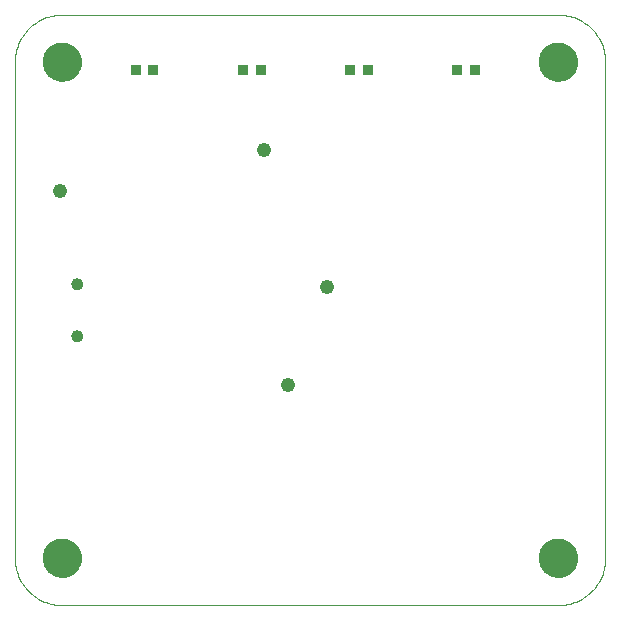
<source format=gbs>
G75*
G70*
%OFA0B0*%
%FSLAX24Y24*%
%IPPOS*%
%LPD*%
%AMOC8*
5,1,8,0,0,1.08239X$1,22.5*
%
%ADD10R,0.0355X0.0355*%
%ADD11C,0.0000*%
%ADD12C,0.0394*%
%ADD13C,0.1300*%
%ADD14C,0.0490*%
D10*
X009643Y024150D03*
X010233Y024150D03*
X013213Y024150D03*
X013804Y024150D03*
X016784Y024150D03*
X017375Y024150D03*
X020351Y024150D03*
X020942Y024150D03*
D11*
X023722Y006307D02*
X007187Y006307D01*
X006557Y007882D02*
X006559Y007932D01*
X006565Y007982D01*
X006575Y008031D01*
X006589Y008079D01*
X006606Y008126D01*
X006627Y008171D01*
X006652Y008215D01*
X006680Y008256D01*
X006712Y008295D01*
X006746Y008332D01*
X006783Y008366D01*
X006823Y008396D01*
X006865Y008423D01*
X006909Y008447D01*
X006955Y008468D01*
X007002Y008484D01*
X007050Y008497D01*
X007100Y008506D01*
X007149Y008511D01*
X007200Y008512D01*
X007250Y008509D01*
X007299Y008502D01*
X007348Y008491D01*
X007396Y008476D01*
X007442Y008458D01*
X007487Y008436D01*
X007530Y008410D01*
X007571Y008381D01*
X007610Y008349D01*
X007646Y008314D01*
X007678Y008276D01*
X007708Y008236D01*
X007735Y008193D01*
X007758Y008149D01*
X007777Y008103D01*
X007793Y008055D01*
X007805Y008006D01*
X007813Y007957D01*
X007817Y007907D01*
X007817Y007857D01*
X007813Y007807D01*
X007805Y007758D01*
X007793Y007709D01*
X007777Y007661D01*
X007758Y007615D01*
X007735Y007571D01*
X007708Y007528D01*
X007678Y007488D01*
X007646Y007450D01*
X007610Y007415D01*
X007571Y007383D01*
X007530Y007354D01*
X007487Y007328D01*
X007442Y007306D01*
X007396Y007288D01*
X007348Y007273D01*
X007299Y007262D01*
X007250Y007255D01*
X007200Y007252D01*
X007149Y007253D01*
X007100Y007258D01*
X007050Y007267D01*
X007002Y007280D01*
X006955Y007296D01*
X006909Y007317D01*
X006865Y007341D01*
X006823Y007368D01*
X006783Y007398D01*
X006746Y007432D01*
X006712Y007469D01*
X006680Y007508D01*
X006652Y007549D01*
X006627Y007593D01*
X006606Y007638D01*
X006589Y007685D01*
X006575Y007733D01*
X006565Y007782D01*
X006559Y007832D01*
X006557Y007882D01*
X005612Y007882D02*
X005614Y007805D01*
X005620Y007728D01*
X005629Y007651D01*
X005642Y007575D01*
X005659Y007499D01*
X005680Y007425D01*
X005704Y007351D01*
X005732Y007279D01*
X005763Y007209D01*
X005798Y007140D01*
X005836Y007072D01*
X005877Y007007D01*
X005922Y006944D01*
X005970Y006883D01*
X006020Y006824D01*
X006073Y006768D01*
X006129Y006715D01*
X006188Y006665D01*
X006249Y006617D01*
X006312Y006572D01*
X006377Y006531D01*
X006445Y006493D01*
X006514Y006458D01*
X006584Y006427D01*
X006656Y006399D01*
X006730Y006375D01*
X006804Y006354D01*
X006880Y006337D01*
X006956Y006324D01*
X007033Y006315D01*
X007110Y006309D01*
X007187Y006307D01*
X005612Y007882D02*
X005612Y024418D01*
X006557Y024418D02*
X006559Y024468D01*
X006565Y024518D01*
X006575Y024567D01*
X006589Y024615D01*
X006606Y024662D01*
X006627Y024707D01*
X006652Y024751D01*
X006680Y024792D01*
X006712Y024831D01*
X006746Y024868D01*
X006783Y024902D01*
X006823Y024932D01*
X006865Y024959D01*
X006909Y024983D01*
X006955Y025004D01*
X007002Y025020D01*
X007050Y025033D01*
X007100Y025042D01*
X007149Y025047D01*
X007200Y025048D01*
X007250Y025045D01*
X007299Y025038D01*
X007348Y025027D01*
X007396Y025012D01*
X007442Y024994D01*
X007487Y024972D01*
X007530Y024946D01*
X007571Y024917D01*
X007610Y024885D01*
X007646Y024850D01*
X007678Y024812D01*
X007708Y024772D01*
X007735Y024729D01*
X007758Y024685D01*
X007777Y024639D01*
X007793Y024591D01*
X007805Y024542D01*
X007813Y024493D01*
X007817Y024443D01*
X007817Y024393D01*
X007813Y024343D01*
X007805Y024294D01*
X007793Y024245D01*
X007777Y024197D01*
X007758Y024151D01*
X007735Y024107D01*
X007708Y024064D01*
X007678Y024024D01*
X007646Y023986D01*
X007610Y023951D01*
X007571Y023919D01*
X007530Y023890D01*
X007487Y023864D01*
X007442Y023842D01*
X007396Y023824D01*
X007348Y023809D01*
X007299Y023798D01*
X007250Y023791D01*
X007200Y023788D01*
X007149Y023789D01*
X007100Y023794D01*
X007050Y023803D01*
X007002Y023816D01*
X006955Y023832D01*
X006909Y023853D01*
X006865Y023877D01*
X006823Y023904D01*
X006783Y023934D01*
X006746Y023968D01*
X006712Y024005D01*
X006680Y024044D01*
X006652Y024085D01*
X006627Y024129D01*
X006606Y024174D01*
X006589Y024221D01*
X006575Y024269D01*
X006565Y024318D01*
X006559Y024368D01*
X006557Y024418D01*
X005612Y024418D02*
X005614Y024495D01*
X005620Y024572D01*
X005629Y024649D01*
X005642Y024725D01*
X005659Y024801D01*
X005680Y024875D01*
X005704Y024949D01*
X005732Y025021D01*
X005763Y025091D01*
X005798Y025160D01*
X005836Y025228D01*
X005877Y025293D01*
X005922Y025356D01*
X005970Y025417D01*
X006020Y025476D01*
X006073Y025532D01*
X006129Y025585D01*
X006188Y025635D01*
X006249Y025683D01*
X006312Y025728D01*
X006377Y025769D01*
X006445Y025807D01*
X006514Y025842D01*
X006584Y025873D01*
X006656Y025901D01*
X006730Y025925D01*
X006804Y025946D01*
X006880Y025963D01*
X006956Y025976D01*
X007033Y025985D01*
X007110Y025991D01*
X007187Y025993D01*
X023722Y025993D01*
X023092Y024418D02*
X023094Y024468D01*
X023100Y024518D01*
X023110Y024567D01*
X023124Y024615D01*
X023141Y024662D01*
X023162Y024707D01*
X023187Y024751D01*
X023215Y024792D01*
X023247Y024831D01*
X023281Y024868D01*
X023318Y024902D01*
X023358Y024932D01*
X023400Y024959D01*
X023444Y024983D01*
X023490Y025004D01*
X023537Y025020D01*
X023585Y025033D01*
X023635Y025042D01*
X023684Y025047D01*
X023735Y025048D01*
X023785Y025045D01*
X023834Y025038D01*
X023883Y025027D01*
X023931Y025012D01*
X023977Y024994D01*
X024022Y024972D01*
X024065Y024946D01*
X024106Y024917D01*
X024145Y024885D01*
X024181Y024850D01*
X024213Y024812D01*
X024243Y024772D01*
X024270Y024729D01*
X024293Y024685D01*
X024312Y024639D01*
X024328Y024591D01*
X024340Y024542D01*
X024348Y024493D01*
X024352Y024443D01*
X024352Y024393D01*
X024348Y024343D01*
X024340Y024294D01*
X024328Y024245D01*
X024312Y024197D01*
X024293Y024151D01*
X024270Y024107D01*
X024243Y024064D01*
X024213Y024024D01*
X024181Y023986D01*
X024145Y023951D01*
X024106Y023919D01*
X024065Y023890D01*
X024022Y023864D01*
X023977Y023842D01*
X023931Y023824D01*
X023883Y023809D01*
X023834Y023798D01*
X023785Y023791D01*
X023735Y023788D01*
X023684Y023789D01*
X023635Y023794D01*
X023585Y023803D01*
X023537Y023816D01*
X023490Y023832D01*
X023444Y023853D01*
X023400Y023877D01*
X023358Y023904D01*
X023318Y023934D01*
X023281Y023968D01*
X023247Y024005D01*
X023215Y024044D01*
X023187Y024085D01*
X023162Y024129D01*
X023141Y024174D01*
X023124Y024221D01*
X023110Y024269D01*
X023100Y024318D01*
X023094Y024368D01*
X023092Y024418D01*
X023722Y025993D02*
X023799Y025991D01*
X023876Y025985D01*
X023953Y025976D01*
X024029Y025963D01*
X024105Y025946D01*
X024179Y025925D01*
X024253Y025901D01*
X024325Y025873D01*
X024395Y025842D01*
X024464Y025807D01*
X024532Y025769D01*
X024597Y025728D01*
X024660Y025683D01*
X024721Y025635D01*
X024780Y025585D01*
X024836Y025532D01*
X024889Y025476D01*
X024939Y025417D01*
X024987Y025356D01*
X025032Y025293D01*
X025073Y025228D01*
X025111Y025160D01*
X025146Y025091D01*
X025177Y025021D01*
X025205Y024949D01*
X025229Y024875D01*
X025250Y024801D01*
X025267Y024725D01*
X025280Y024649D01*
X025289Y024572D01*
X025295Y024495D01*
X025297Y024418D01*
X025297Y007882D01*
X023092Y007882D02*
X023094Y007932D01*
X023100Y007982D01*
X023110Y008031D01*
X023124Y008079D01*
X023141Y008126D01*
X023162Y008171D01*
X023187Y008215D01*
X023215Y008256D01*
X023247Y008295D01*
X023281Y008332D01*
X023318Y008366D01*
X023358Y008396D01*
X023400Y008423D01*
X023444Y008447D01*
X023490Y008468D01*
X023537Y008484D01*
X023585Y008497D01*
X023635Y008506D01*
X023684Y008511D01*
X023735Y008512D01*
X023785Y008509D01*
X023834Y008502D01*
X023883Y008491D01*
X023931Y008476D01*
X023977Y008458D01*
X024022Y008436D01*
X024065Y008410D01*
X024106Y008381D01*
X024145Y008349D01*
X024181Y008314D01*
X024213Y008276D01*
X024243Y008236D01*
X024270Y008193D01*
X024293Y008149D01*
X024312Y008103D01*
X024328Y008055D01*
X024340Y008006D01*
X024348Y007957D01*
X024352Y007907D01*
X024352Y007857D01*
X024348Y007807D01*
X024340Y007758D01*
X024328Y007709D01*
X024312Y007661D01*
X024293Y007615D01*
X024270Y007571D01*
X024243Y007528D01*
X024213Y007488D01*
X024181Y007450D01*
X024145Y007415D01*
X024106Y007383D01*
X024065Y007354D01*
X024022Y007328D01*
X023977Y007306D01*
X023931Y007288D01*
X023883Y007273D01*
X023834Y007262D01*
X023785Y007255D01*
X023735Y007252D01*
X023684Y007253D01*
X023635Y007258D01*
X023585Y007267D01*
X023537Y007280D01*
X023490Y007296D01*
X023444Y007317D01*
X023400Y007341D01*
X023358Y007368D01*
X023318Y007398D01*
X023281Y007432D01*
X023247Y007469D01*
X023215Y007508D01*
X023187Y007549D01*
X023162Y007593D01*
X023141Y007638D01*
X023124Y007685D01*
X023110Y007733D01*
X023100Y007782D01*
X023094Y007832D01*
X023092Y007882D01*
X023722Y006307D02*
X023799Y006309D01*
X023876Y006315D01*
X023953Y006324D01*
X024029Y006337D01*
X024105Y006354D01*
X024179Y006375D01*
X024253Y006399D01*
X024325Y006427D01*
X024395Y006458D01*
X024464Y006493D01*
X024532Y006531D01*
X024597Y006572D01*
X024660Y006617D01*
X024721Y006665D01*
X024780Y006715D01*
X024836Y006768D01*
X024889Y006824D01*
X024939Y006883D01*
X024987Y006944D01*
X025032Y007007D01*
X025073Y007072D01*
X025111Y007140D01*
X025146Y007209D01*
X025177Y007279D01*
X025205Y007351D01*
X025229Y007425D01*
X025250Y007499D01*
X025267Y007575D01*
X025280Y007651D01*
X025289Y007728D01*
X025295Y007805D01*
X025297Y007882D01*
X007502Y015284D02*
X007504Y015310D01*
X007510Y015336D01*
X007520Y015361D01*
X007533Y015384D01*
X007549Y015404D01*
X007569Y015422D01*
X007591Y015437D01*
X007614Y015449D01*
X007640Y015457D01*
X007666Y015461D01*
X007692Y015461D01*
X007718Y015457D01*
X007744Y015449D01*
X007768Y015437D01*
X007789Y015422D01*
X007809Y015404D01*
X007825Y015384D01*
X007838Y015361D01*
X007848Y015336D01*
X007854Y015310D01*
X007856Y015284D01*
X007854Y015258D01*
X007848Y015232D01*
X007838Y015207D01*
X007825Y015184D01*
X007809Y015164D01*
X007789Y015146D01*
X007767Y015131D01*
X007744Y015119D01*
X007718Y015111D01*
X007692Y015107D01*
X007666Y015107D01*
X007640Y015111D01*
X007614Y015119D01*
X007590Y015131D01*
X007569Y015146D01*
X007549Y015164D01*
X007533Y015184D01*
X007520Y015207D01*
X007510Y015232D01*
X007504Y015258D01*
X007502Y015284D01*
X007502Y017016D02*
X007504Y017042D01*
X007510Y017068D01*
X007520Y017093D01*
X007533Y017116D01*
X007549Y017136D01*
X007569Y017154D01*
X007591Y017169D01*
X007614Y017181D01*
X007640Y017189D01*
X007666Y017193D01*
X007692Y017193D01*
X007718Y017189D01*
X007744Y017181D01*
X007768Y017169D01*
X007789Y017154D01*
X007809Y017136D01*
X007825Y017116D01*
X007838Y017093D01*
X007848Y017068D01*
X007854Y017042D01*
X007856Y017016D01*
X007854Y016990D01*
X007848Y016964D01*
X007838Y016939D01*
X007825Y016916D01*
X007809Y016896D01*
X007789Y016878D01*
X007767Y016863D01*
X007744Y016851D01*
X007718Y016843D01*
X007692Y016839D01*
X007666Y016839D01*
X007640Y016843D01*
X007614Y016851D01*
X007590Y016863D01*
X007569Y016878D01*
X007549Y016896D01*
X007533Y016916D01*
X007520Y016939D01*
X007510Y016964D01*
X007504Y016990D01*
X007502Y017016D01*
D12*
X007679Y017016D03*
X007679Y015284D03*
D13*
X007187Y007882D03*
X023722Y007882D03*
X023722Y024418D03*
X007187Y024418D03*
D14*
X007111Y020106D03*
X013929Y021483D03*
X016004Y016913D03*
X014704Y013663D03*
M02*

</source>
